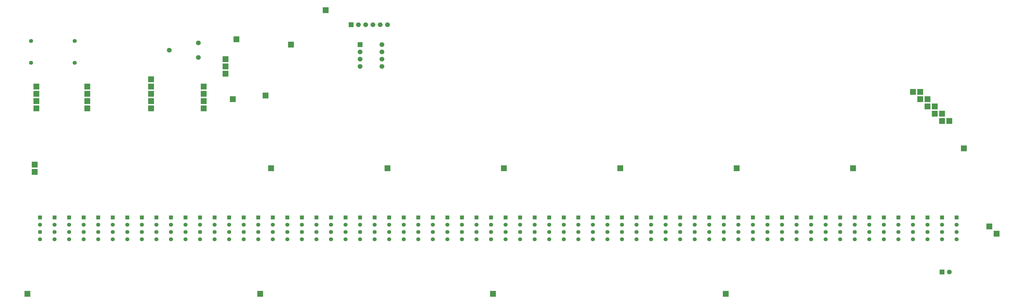
<source format=gbr>
G04 start of page 5 for group -4062 idx -4062
G04 Title: (unknown), soldermask *
G04 Creator: pcb-bin 20060822 *
G04 CreationDate: Mon Jun 23 06:34:48 2008 UTC *
G04 For: pete *
G04 Format: Gerber/RS-274X *
G04 PCB-Dimensions: 1500000 500000 *
G04 PCB-Coordinate-Origin: lower left *
%MOIN*%
%FSLAX24Y24*%
%LNBACKMASK*%
%ADD11R,0.0810X0.0810*%
%ADD12C,0.0560*%
%ADD13R,0.0560X0.0560*%
%ADD14R,0.0660X0.0660*%
%ADD15C,0.0660*%
G54D11*%LNBACKMASK_D1*%
%LPD*%
X143500Y15000D03*
X142500Y16000D03*
G54D12*X138000Y14250D03*
Y15250D03*
Y16250D03*
G54D13*Y17250D03*
G54D12*X136000Y14250D03*
Y15250D03*
Y16250D03*
G54D13*Y17250D03*
G54D14*Y9750D03*
G54D12*X134000Y14250D03*
G54D15*X137000Y9750D03*
G54D12*X134000Y15250D03*
Y16250D03*
G54D13*Y17250D03*
G54D11*X139000Y26750D03*
X137000Y30500D03*
X136000D03*
Y31500D03*
X135000D03*
Y32500D03*
X134000Y33500D03*
X133000D03*
Y34500D03*
X134000Y32500D03*
X132000Y34500D03*
G54D12*Y14250D03*
Y15250D03*
Y16250D03*
G54D13*Y17250D03*
G54D12*X130000Y14250D03*
Y15250D03*
Y16250D03*
G54D13*Y17250D03*
G54D12*X128000Y14250D03*
Y15250D03*
Y16250D03*
G54D13*Y17250D03*
G54D12*X126000Y14250D03*
Y15250D03*
Y16250D03*
G54D13*Y17250D03*
G54D12*X124000Y15250D03*
Y16250D03*
G54D13*Y17250D03*
G54D12*X122000Y15250D03*
Y16250D03*
G54D13*Y17250D03*
G54D12*X120000Y15250D03*
Y16250D03*
G54D13*Y17250D03*
G54D12*X124000Y14250D03*
X122000D03*
X120000D03*
X118000D03*
Y15250D03*
Y16250D03*
G54D13*Y17250D03*
G54D12*X116000Y16250D03*
G54D13*Y17250D03*
G54D12*X114000Y15250D03*
Y16250D03*
X112000Y14250D03*
G54D13*X114000Y17250D03*
G54D12*X112000Y15250D03*
Y16250D03*
G54D13*Y17250D03*
G54D12*X116000Y14250D03*
X110000D03*
X106000D03*
X104000D03*
X102000D03*
X116000Y15250D03*
X110000D03*
X104000D03*
X102000D03*
X108000Y14250D03*
Y15250D03*
Y16250D03*
G54D13*Y17250D03*
G54D12*X106000Y15250D03*
Y16250D03*
G54D13*Y17250D03*
G54D12*X104000Y16250D03*
G54D13*Y17250D03*
G54D12*X102000Y16250D03*
G54D13*Y17250D03*
G54D12*X100000Y16250D03*
G54D13*Y17250D03*
G54D12*Y14250D03*
X98000D03*
X100000Y15250D03*
X98000D03*
Y16250D03*
G54D13*Y17250D03*
G54D12*X110000Y16250D03*
G54D13*Y17250D03*
G54D11*X123750Y24000D03*
X107750D03*
X91750D03*
G54D12*X96000Y14250D03*
Y15250D03*
Y16250D03*
G54D13*Y17250D03*
G54D12*X94000Y14250D03*
Y15250D03*
Y16250D03*
G54D13*Y17250D03*
G54D12*X92000Y16250D03*
G54D13*Y17250D03*
G54D11*X106250Y6750D03*
G54D12*X114000Y14250D03*
X92000D03*
X90000D03*
X88000D03*
X92000Y15250D03*
X90000D03*
Y16250D03*
G54D13*Y17250D03*
G54D12*X88000Y15250D03*
Y16250D03*
G54D13*Y17250D03*
G54D12*X86000Y14250D03*
Y15250D03*
Y16250D03*
G54D13*Y17250D03*
G54D12*X84000Y14250D03*
Y15250D03*
Y16250D03*
G54D13*Y17250D03*
G54D12*X82000Y15250D03*
Y16250D03*
G54D13*Y17250D03*
G54D12*Y14250D03*
X80000D03*
Y15250D03*
Y16250D03*
G54D13*Y17250D03*
G54D12*X78000Y14250D03*
X76000D03*
X78000Y15250D03*
Y16250D03*
G54D13*Y17250D03*
G54D12*X76000Y15250D03*
Y16250D03*
G54D13*Y17250D03*
G54D12*X74000Y16250D03*
G54D13*Y17250D03*
G54D11*X74250Y6750D03*
G54D12*X74000Y15250D03*
X72000D03*
Y16250D03*
G54D13*Y17250D03*
G54D12*X74000Y14250D03*
X72000D03*
X70000D03*
Y15250D03*
Y16250D03*
G54D13*Y17250D03*
G54D12*X66000Y14250D03*
Y15250D03*
Y16250D03*
G54D13*Y17250D03*
G54D12*X68000Y14250D03*
X64000D03*
X68000Y15250D03*
X64000D03*
X68000Y16250D03*
X64000D03*
G54D13*X68000Y17250D03*
X64000D03*
G54D12*X62000Y14250D03*
Y15250D03*
X60000Y14250D03*
Y15250D03*
X62000Y16250D03*
X60000D03*
X58000D03*
X56000D03*
G54D13*X62000Y17250D03*
X60000D03*
X58000D03*
X56000D03*
G54D12*X58000Y14250D03*
Y15250D03*
X56000Y14250D03*
X54000D03*
X56000Y15250D03*
X54000D03*
G54D13*Y17250D03*
X48000D03*
X46000D03*
G54D12*X52000Y15250D03*
Y16250D03*
G54D13*Y17250D03*
G54D12*Y14250D03*
X50000D03*
Y15250D03*
Y16250D03*
G54D13*Y17250D03*
G54D12*X48000Y14250D03*
Y15250D03*
X54000Y16250D03*
X48000D03*
X46000D03*
G54D11*X42250Y6750D03*
G54D15*X59000Y38000D03*
G54D11*X59750Y24000D03*
G54D15*X59000Y39000D03*
G54D11*X75750Y24000D03*
G54D15*X59000Y40000D03*
X58750Y43750D03*
X57750D03*
X59750D03*
X56750D03*
X55750D03*
G54D14*X54750D03*
G54D11*X51250Y45750D03*
G54D15*X59000Y41000D03*
G54D11*X46500D03*
G54D15*X56000Y38000D03*
Y39000D03*
Y40000D03*
G54D14*Y41000D03*
G54D11*X43750Y24000D03*
X43000Y34000D03*
X39000Y41750D03*
X37500Y37000D03*
Y38000D03*
X38500Y33500D03*
X37500Y39000D03*
X34500Y33250D03*
Y34250D03*
Y32250D03*
Y35250D03*
G54D15*X33750Y39250D03*
Y41250D03*
X29750Y40250D03*
G54D11*X27250Y32250D03*
Y33250D03*
Y34250D03*
Y35250D03*
Y36250D03*
X18500Y33250D03*
Y32250D03*
Y34250D03*
Y35250D03*
G54D12*X16750Y38500D03*
Y41500D03*
G54D11*X11500Y32250D03*
Y33250D03*
Y35250D03*
X11250Y23500D03*
X11500Y34250D03*
X11250Y24500D03*
G54D12*X10750Y38500D03*
Y41500D03*
X44000Y16250D03*
G54D13*Y17250D03*
G54D12*X46000Y14250D03*
Y15250D03*
X44000Y14250D03*
Y15250D03*
X42000Y16250D03*
G54D13*Y17250D03*
G54D12*X40000Y16250D03*
G54D13*Y17250D03*
G54D12*X42000Y14250D03*
Y15250D03*
X40000Y14250D03*
Y15250D03*
X38000D03*
Y16250D03*
G54D13*Y17250D03*
G54D12*Y14250D03*
X36000D03*
Y15250D03*
Y16250D03*
G54D13*Y17250D03*
G54D12*X34000Y14250D03*
Y15250D03*
Y16250D03*
G54D13*Y17250D03*
G54D12*X32000Y14250D03*
Y15250D03*
Y16250D03*
G54D13*Y17250D03*
G54D12*X30000Y14250D03*
Y15250D03*
Y16250D03*
X28000Y14250D03*
G54D13*X30000Y17250D03*
G54D12*X28000Y15250D03*
Y16250D03*
G54D13*Y17250D03*
G54D12*X26000Y14250D03*
Y15250D03*
Y16250D03*
G54D13*Y17250D03*
G54D12*X24000Y14250D03*
X22000D03*
X20000D03*
X18000D03*
X24000Y15250D03*
X22000D03*
X20000D03*
X18000D03*
X16000D03*
X14000D03*
X24000Y16250D03*
X22000D03*
X20000D03*
X18000D03*
X16000D03*
X14000D03*
G54D13*X24000Y17250D03*
X22000D03*
X20000D03*
X18000D03*
X16000D03*
X14000D03*
G54D12*X12000Y15250D03*
Y16250D03*
G54D13*Y17250D03*
G54D12*X16000Y14250D03*
X14000D03*
X12000D03*
G54D11*X10250Y6750D03*
M02*

</source>
